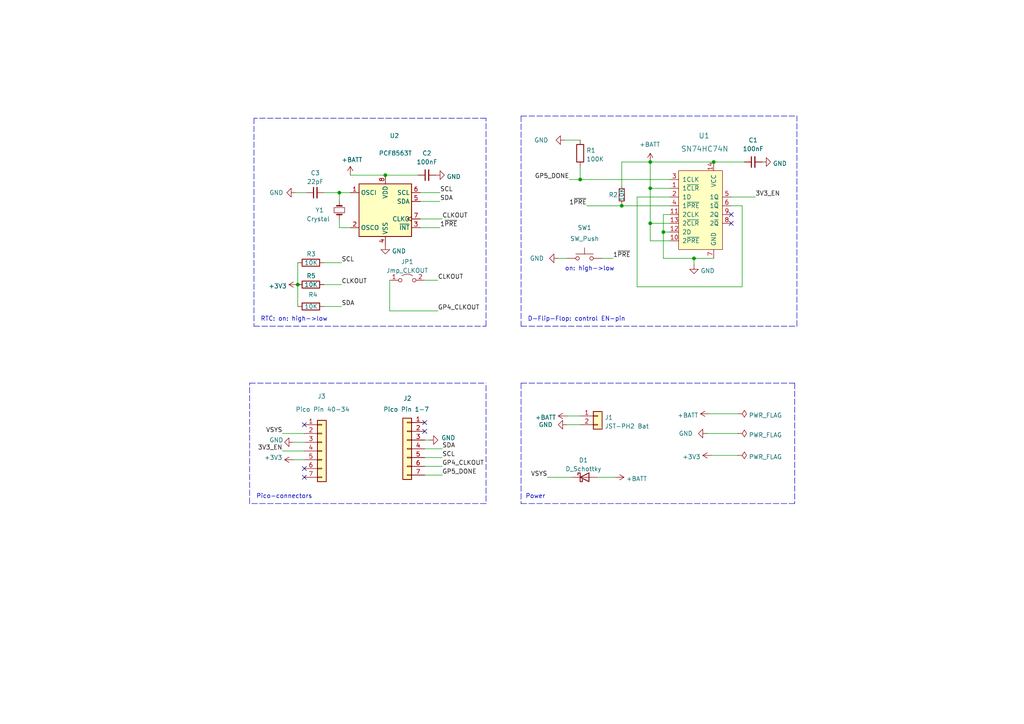
<source format=kicad_sch>
(kicad_sch (version 20211123) (generator eeschema)
  (paper "A4")
  (title_block (title "pico-en-control") (date "2023-02-02") (rev "2") (company "Bernhard Bablok") (comment 1 "https://github.com/bablokb/pcb-pico-en-control"))
  (lib_symbols
    (symbol "Connector_Generic:Conn_01x02" (pin_names (offset 1.016) hide)
      (property "Reference" "J" (at 0 2.54 0))
      (property "Value" "Conn_01x02" (at 0 -5.08 0))
      (symbol "Conn_01x02_1_1"
        (rectangle (start -1.27 -2.413) (end 0 -2.667) (stroke (width 0.1524)))
        (rectangle (start -1.27 0.127) (end 0 -0.127) (stroke (width 0.1524)))
        (rectangle (start -1.27 1.27) (end 1.27 -3.81) (stroke (width 0.254)) (fill (type background)))
        (pin passive line (at -5.08 0 0) (length 3.81) (name "Pin_1") (number "1"))
        (pin passive line (at -5.08 -2.54 0) (length 3.81) (name "Pin_2") (number "2"))
      )
    )
    (symbol "Connector_Generic:Conn_01x07" (pin_names (offset 1.016) hide)
      (property "Reference" "J" (at 0 10.16 0))
      (property "Value" "Conn_01x07" (at 0 -10.16 0))
      (symbol "Conn_01x07_1_1"
        (rectangle (start -1.27 -7.493) (end 0 -7.747) (stroke (width 0.1524)))
        (rectangle (start -1.27 -4.953) (end 0 -5.207) (stroke (width 0.1524)))
        (rectangle (start -1.27 -2.413) (end 0 -2.667) (stroke (width 0.1524)))
        (rectangle (start -1.27 0.127) (end 0 -0.127) (stroke (width 0.1524)))
        (rectangle (start -1.27 2.667) (end 0 2.413) (stroke (width 0.1524)))
        (rectangle (start -1.27 5.207) (end 0 4.953) (stroke (width 0.1524)))
        (rectangle (start -1.27 7.747) (end 0 7.493) (stroke (width 0.1524)))
        (rectangle (start -1.27 8.89) (end 1.27 -8.89) (stroke (width 0.254)) (fill (type background)))
        (pin passive line (at -5.08 7.62 0) (length 3.81) (name "Pin_1") (number "1"))
        (pin passive line (at -5.08 5.08 0) (length 3.81) (name "Pin_2") (number "2"))
        (pin passive line (at -5.08 2.54 0) (length 3.81) (name "Pin_3") (number "3"))
        (pin passive line (at -5.08 0 0) (length 3.81) (name "Pin_4") (number "4"))
        (pin passive line (at -5.08 -2.54 0) (length 3.81) (name "Pin_5") (number "5"))
        (pin passive line (at -5.08 -5.08 0) (length 3.81) (name "Pin_6") (number "6"))
        (pin passive line (at -5.08 -7.62 0) (length 3.81) (name "Pin_7") (number "7"))
      )
    )
    (symbol "Device:C_Small" (pin_numbers hide) (pin_names (offset 0.254) hide)
      (property "Reference" "C" (at 0.254 1.778 0))
      (property "Value" "C_Small" (at 0.254 -2.032 0))
      (symbol "C_Small_0_1"
        (polyline (pts (xy -1.524 -0.508) (xy 1.524 -0.508)) (stroke (width 0.3302)))
        (polyline (pts (xy -1.524 0.508) (xy 1.524 0.508)) (stroke (width 0.3048)))
      )
      (symbol "C_Small_1_1"
        (pin passive line (at 0 2.54 270) (length 2.032) (name "~") (number "1"))
        (pin passive line (at 0 -2.54 90) (length 2.032) (name "~") (number "2"))
      )
    )
    (symbol "Device:Crystal_Small" (pin_numbers hide) (pin_names (offset 1.016) hide)
      (property "Reference" "Y" (at 0 2.54 0))
      (property "Value" "Crystal_Small" (at 0 -2.54 0))
      (symbol "Crystal_Small_0_1"
        (rectangle (start -0.762 -1.524) (end 0.762 1.524))
        (polyline (pts (xy -1.27 -0.762) (xy -1.27 0.762)) (stroke (width 0.381)))
        (polyline (pts (xy 1.27 -0.762) (xy 1.27 0.762)) (stroke (width 0.381)))
      )
      (symbol "Crystal_Small_1_1"
        (pin passive line (at -2.54 0 0) (length 1.27) (name "1") (number "1"))
        (pin passive line (at 2.54 0 180) (length 1.27) (name "2") (number "2"))
      )
    )
    (symbol "Device:D_Schottky" (pin_numbers hide) (pin_names (offset 1.016) hide)
      (property "Reference" "D" (at 0 2.54 0))
      (property "Value" "D_Schottky" (at 0 -2.54 0))
      (symbol "D_Schottky_0_1"
        (polyline (pts (xy 1.27 0) (xy -1.27 0)))
        (polyline (pts (xy 1.27 1.27) (xy 1.27 -1.27) (xy -1.27 0) (xy 1.27 1.27)) (stroke (width 0.254)))
        (polyline (pts (xy -1.905 0.635) (xy -1.905 1.27) (xy -1.27 1.27) (xy -1.27 -1.27) (xy -0.635 -1.27) (xy -0.635 -0.635)) (stroke (width 0.254)))
      )
      (symbol "D_Schottky_1_1"
        (pin passive line (at -3.81 0 0) (length 2.54) (name "K") (number "1"))
        (pin passive line (at 3.81 0 180) (length 2.54) (name "A") (number "2"))
      )
    )
    (symbol "Device:R" (pin_numbers hide) (pin_names (offset 0))
      (property "Reference" "R" (at 2.032 0 90))
      (property "Value" "R" (at 0 0 90))
      (symbol "R_0_1"
        (rectangle (start -1.016 -2.54) (end 1.016 2.54) (stroke (width 0.254)))
      )
      (symbol "R_1_1"
        (pin passive line (at 0 3.81 270) (length 1.27) (name "~") (number "1"))
        (pin passive line (at 0 -3.81 90) (length 1.27) (name "~") (number "2"))
      )
    )
    (symbol "Device:R_Small" (pin_numbers hide) (pin_names (offset 0.254) hide)
      (property "Reference" "R" (at 0.762 0.508 0))
      (property "Value" "R_Small" (at 0.762 -1.016 0))
      (symbol "R_Small_0_1"
        (rectangle (start -0.762 1.778) (end 0.762 -1.778) (stroke (width 0.2032)))
      )
      (symbol "R_Small_1_1"
        (pin passive line (at 0 2.54 270) (length 0.762) (name "~") (number "1"))
        (pin passive line (at 0 -2.54 90) (length 0.762) (name "~") (number "2"))
      )
    )
    (symbol "Jumper:Jumper_2_Open" (pin_names (offset 0) hide)
      (property "Reference" "JP" (at 0 2.794 0))
      (property "Value" "Jumper_2_Open" (at 0 -2.286 0))
      (symbol "Jumper_2_Open_0_0"
        (circle (center -2.032 0) (radius 0.508))
        (circle (center 2.032 0) (radius 0.508))
      )
      (symbol "Jumper_2_Open_0_1"
        (arc (start 1.524 1.27) (mid 0 1.778) (end -1.524 1.27))
      )
      (symbol "Jumper_2_Open_1_1"
        (pin passive line (at -5.08 0 0) (length 2.54) (name "A") (number "1"))
        (pin passive line (at 5.08 0 180) (length 2.54) (name "B") (number "2"))
      )
    )
    (symbol "Switch:SW_Push" (pin_numbers hide) (pin_names (offset 1.016) hide)
      (property "Reference" "SW" (at 1.27 2.54 0))
      (property "Value" "SW_Push" (at 0 -1.524 0))
      (symbol "SW_Push_0_1"
        (circle (center -2.032 0) (radius 0.508))
        (polyline (pts (xy 0 1.27) (xy 0 3.048)))
        (polyline (pts (xy 2.54 1.27) (xy -2.54 1.27)))
        (circle (center 2.032 0) (radius 0.508))
        (pin passive line (at -5.08 0 0) (length 2.54) (name "1") (number "1"))
        (pin passive line (at 5.08 0 180) (length 2.54) (name "2") (number "2"))
      )
    )
    (symbol "Timer_RTC:PCF8563T"
      (property "Reference" "U" (at -7.62 8.89 0))
      (property "Value" "PCF8563T" (at 2.54 8.89 0))
      (symbol "PCF8563T_0_1"
        (rectangle (start -7.62 7.62) (end 7.62 -7.62) (stroke (width 0.254)) (fill (type background)))
      )
      (symbol "PCF8563T_1_1"
        (pin input line (at -10.16 5.08 0) (length 2.54) (name "OSCI") (number "1"))
        (pin output line (at -10.16 -5.08 0) (length 2.54) (name "OSCO") (number "2"))
        (pin output line (at 10.16 -5.08 180) (length 2.54) (name "~{INT}") (number "3"))
        (pin power_in line (at 0 -10.16 90) (length 2.54) (name "VSS") (number "4"))
        (pin bidirectional line (at 10.16 2.54 180) (length 2.54) (name "SDA") (number "5"))
        (pin input line (at 10.16 5.08 180) (length 2.54) (name "SCL") (number "6"))
        (pin output clock (at 10.16 -2.54 180) (length 2.54) (name "CLKO") (number "7"))
        (pin power_in line (at 0 10.16 270) (length 2.54) (name "VDD") (number "8"))
      )
    )
    (symbol "power:+3V3" (power) (pin_names (offset 0))
      (property "Value" "+3V3" (at 0 3.556 0))
      (symbol "+3V3_0_1"
        (polyline (pts (xy -0.762 1.27) (xy 0 2.54)))
        (polyline (pts (xy 0 0) (xy 0 2.54)))
        (polyline (pts (xy 0 2.54) (xy 0.762 1.27)))
      )
      (symbol "+3V3_1_1"
        (pin power_in line (at 0 0 90) (length 0) hide (name "+3V3") (number "1"))
      )
    )
    (symbol "power:+BATT" (power) (pin_names (offset 0))
      (property "Value" "+BATT" (at 0 3.556 0))
      (symbol "+BATT_0_1"
        (polyline (pts (xy -0.762 1.27) (xy 0 2.54)))
        (polyline (pts (xy 0 0) (xy 0 2.54)))
        (polyline (pts (xy 0 2.54) (xy 0.762 1.27)))
      )
      (symbol "+BATT_1_1"
        (pin power_in line (at 0 0 90) (length 0) hide (name "+BATT") (number "1"))
      )
    )
    (symbol "power:GND" (power) (pin_names (offset 0))
      (property "Value" "GND" (at 0 -3.81 0))
      (symbol "GND_0_1"
        (polyline (pts (xy 0 0) (xy 0 -1.27) (xy 1.27 -1.27) (xy 0 -2.54) (xy -1.27 -1.27) (xy 0 -1.27)))
      )
      (symbol "GND_1_1"
        (pin power_in line (at 0 0 270) (length 0) hide (name "GND") (number "1"))
      )
    )
    (symbol "power:PWR_FLAG" (power) (pin_numbers hide) (pin_names (offset 0) hide)
      (property "Value" "PWR_FLAG" (at 0 3.81 0))
      (symbol "PWR_FLAG_0_0"
        (pin power_out line (at 0 0 90) (length 0) (name "pwr") (number "1"))
      )
      (symbol "PWR_FLAG_0_1"
        (polyline (pts (xy 0 0) (xy 0 1.27) (xy -1.016 1.905) (xy 0 2.54) (xy 1.016 1.905) (xy 0 1.27)))
      )
    )
    (symbol "user:SN74HC74N" (pin_names (offset 1.016))
      (property "Reference" "U" (at -6.35 11.43 0))
      (property "Value" "SN74HC74N" (at -2.54 13.97 0))
      (symbol "SN74HC74N_0_1"
        (rectangle (start -7.62 10.16) (end 5.08 -12.7) (fill (type background)))
      )
      (symbol "SN74HC74N_1_1"
        (pin input line (at -10.16 5.08 0) (length 2.54) (name "1~{CLR}") (number "1"))
        (pin input line (at -10.16 -10.16 0) (length 2.54) (name "2~{PRE}") (number "10"))
        (pin input line (at -10.16 -2.54 0) (length 2.54) (name "2CLK") (number "11"))
        (pin input line (at -10.16 -7.62 0) (length 2.54) (name "2D") (number "12"))
        (pin input line (at -10.16 -5.08 0) (length 2.54) (name "2~{CLR}") (number "13"))
        (pin power_in line (at 2.54 12.7 270) (length 2.54) (name "VCC") (number "14"))
        (pin input line (at -10.16 2.54 0) (length 2.54) (name "1D") (number "2"))
        (pin input line (at -10.16 7.62 0) (length 2.54) (name "1CLK") (number "3"))
        (pin input line (at -10.16 0 0) (length 2.54) (name "1~{PRE}") (number "4"))
        (pin output line (at 7.62 2.54 180) (length 2.54) (name "1Q") (number "5"))
        (pin output line (at 7.62 0 180) (length 2.54) (name "1~{Q}") (number "6"))
        (pin power_in line (at 2.54 -15.24 90) (length 2.54) (name "GND") (number "7"))
        (pin output line (at 7.62 -5.08 180) (length 2.54) (name "2~{Q}") (number "8"))
        (pin output line (at 7.62 -2.54 180) (length 2.54) (name "2Q") (number "9"))
      )
    )
  )
  (junction (at 188.595 46.99))
  (junction (at 86.36 82.55))
  (junction (at 98.425 55.88))
  (junction (at 188.595 64.77))
  (junction (at 188.595 54.61))
  (junction (at 180.34 59.69))
  (junction (at 207.01 46.99))
  (junction (at 201.295 74.93))
  (junction (at 168.275 52.07))
  (junction (at 111.76 50.8))
  (junction (at 192.405 67.31))
  (no_connect (at 88.265 135.89))
  (no_connect (at 123.19 122.555))
  (no_connect (at 123.19 125.095))
  (no_connect (at 212.09 62.23))
  (no_connect (at 212.09 64.77))
  (no_connect (at 88.265 138.43))
  (no_connect (at 88.265 123.19))
  (wire (pts (xy 127.635 55.88) (xy 121.92 55.88)))
  (wire (pts (xy 113.03 90.17) (xy 113.03 81.28)))
  (wire (pts (xy 205.74 120.015) (xy 213.995 120.015)))
  (wire (pts (xy 188.595 54.61) (xy 188.595 46.99)))
  (polyline (pts (xy 140.97 94.615) (xy 140.97 34.29)))
  (polyline (pts (xy 140.97 111.76) (xy 140.97 146.05)))
  (wire (pts (xy 101.6 55.88) (xy 98.425 55.88)))
  (wire (pts (xy 194.31 54.61) (xy 188.595 54.61)))
  (polyline (pts (xy 140.97 34.29) (xy 73.66 34.29)))
  (wire (pts (xy 128.27 63.5) (xy 121.92 63.5)))
  (wire (pts (xy 170.18 59.69) (xy 180.34 59.69)))
  (wire (pts (xy 128.27 132.715) (xy 123.19 132.715)))
  (wire (pts (xy 85.09 128.27) (xy 88.265 128.27)))
  (wire (pts (xy 194.31 69.85) (xy 188.595 69.85)))
  (wire (pts (xy 158.75 138.43) (xy 165.735 138.43)))
  (polyline (pts (xy 73.66 94.615) (xy 140.97 94.615)))
  (wire (pts (xy 98.425 63.5) (xy 98.425 66.04)))
  (wire (pts (xy 127.635 66.04) (xy 121.92 66.04)))
  (wire (pts (xy 128.27 137.795) (xy 123.19 137.795)))
  (polyline (pts (xy 151.13 33.655) (xy 151.13 94.615)))
  (wire (pts (xy 168.275 52.07) (xy 194.31 52.07)))
  (wire (pts (xy 111.76 50.8) (xy 121.285 50.8)))
  (polyline (pts (xy 72.39 111.125) (xy 140.97 111.125)))
  (wire (pts (xy 188.595 46.99) (xy 207.01 46.99)))
  (wire (pts (xy 178.435 138.43) (xy 173.355 138.43)))
  (polyline (pts (xy 72.39 146.05) (xy 72.39 111.125)))
  (wire (pts (xy 194.31 64.77) (xy 188.595 64.77)))
  (wire (pts (xy 215.265 83.185) (xy 184.785 83.185)))
  (wire (pts (xy 219.075 57.15) (xy 212.09 57.15)))
  (wire (pts (xy 85.09 133.35) (xy 88.265 133.35)))
  (wire (pts (xy 128.27 130.175) (xy 123.19 130.175)))
  (wire (pts (xy 81.915 125.73) (xy 88.265 125.73)))
  (polyline (pts (xy 151.13 111.125) (xy 230.505 111.125)))
  (wire (pts (xy 93.98 55.88) (xy 98.425 55.88)))
  (wire (pts (xy 201.295 76.835) (xy 201.295 74.93)))
  (wire (pts (xy 81.915 130.81) (xy 88.265 130.81)))
  (polyline (pts (xy 151.13 111.125) (xy 151.13 146.05)))
  (wire (pts (xy 192.405 62.23) (xy 194.31 62.23)))
  (wire (pts (xy 123.19 81.28) (xy 127 81.28)))
  (wire (pts (xy 168.275 48.26) (xy 168.275 52.07)))
  (wire (pts (xy 188.595 64.77) (xy 188.595 54.61)))
  (wire (pts (xy 98.425 55.88) (xy 98.425 58.42)))
  (wire (pts (xy 164.465 120.65) (xy 168.275 120.65)))
  (wire (pts (xy 184.785 83.185) (xy 184.785 57.15)))
  (wire (pts (xy 215.265 59.69) (xy 215.265 83.185)))
  (wire (pts (xy 85.725 55.88) (xy 88.9 55.88)))
  (polyline (pts (xy 231.14 94.615) (xy 231.14 33.655)))
  (wire (pts (xy 86.36 82.55) (xy 86.36 88.9)))
  (wire (pts (xy 124.46 127.635) (xy 123.19 127.635)))
  (wire (pts (xy 161.925 74.93) (xy 164.465 74.93)))
  (polyline (pts (xy 73.66 34.29) (xy 73.66 94.615)))
  (wire (pts (xy 177.8 74.93) (xy 174.625 74.93)))
  (wire (pts (xy 213.995 132.08) (xy 206.375 132.08)))
  (wire (pts (xy 184.785 57.15) (xy 194.31 57.15)))
  (wire (pts (xy 207.01 74.93) (xy 201.295 74.93)))
  (wire (pts (xy 180.34 59.055) (xy 180.34 59.69)))
  (wire (pts (xy 163.83 40.64) (xy 168.275 40.64)))
  (wire (pts (xy 99.06 76.2) (xy 93.98 76.2)))
  (wire (pts (xy 180.34 59.69) (xy 194.31 59.69)))
  (wire (pts (xy 192.405 74.93) (xy 192.405 67.31)))
  (wire (pts (xy 180.34 46.99) (xy 188.595 46.99)))
  (polyline (pts (xy 230.505 111.125) (xy 230.505 146.05)))
  (wire (pts (xy 207.01 46.99) (xy 215.9 46.99)))
  (wire (pts (xy 165.1 52.07) (xy 168.275 52.07)))
  (wire (pts (xy 188.595 69.85) (xy 188.595 64.77)))
  (wire (pts (xy 86.36 76.2) (xy 86.36 82.55)))
  (wire (pts (xy 213.995 125.73) (xy 205.105 125.73)))
  (wire (pts (xy 101.6 50.8) (xy 111.76 50.8)))
  (wire (pts (xy 127.635 58.42) (xy 121.92 58.42)))
  (wire (pts (xy 127 90.17) (xy 113.03 90.17)))
  (wire (pts (xy 98.425 66.04) (xy 101.6 66.04)))
  (wire (pts (xy 180.34 53.975) (xy 180.34 46.99)))
  (wire (pts (xy 215.265 59.69) (xy 212.09 59.69)))
  (wire (pts (xy 201.295 74.93) (xy 192.405 74.93)))
  (wire (pts (xy 128.27 135.255) (xy 123.19 135.255)))
  (wire (pts (xy 99.06 88.9) (xy 93.98 88.9)))
  (wire (pts (xy 164.465 123.19) (xy 168.275 123.19)))
  (wire (pts (xy 99.06 82.55) (xy 93.98 82.55)))
  (polyline (pts (xy 140.97 146.05) (xy 72.39 146.05)))
  (polyline (pts (xy 151.13 94.615) (xy 231.14 94.615)))
  (polyline (pts (xy 151.13 33.655) (xy 231.14 33.655)))
  (wire (pts (xy 192.405 67.31) (xy 194.31 67.31)))
  (wire (pts (xy 192.405 67.31) (xy 192.405 62.23)))
  (polyline (pts (xy 230.505 146.05) (xy 151.13 146.05)))
  (text "Power" (at 152.4 144.78 0) (effects (font (size 1.27 1.27)) (justify left bottom)))
  (text "D-Flip-Flop: control EN-pin" (at 153.035 93.345 0) (effects (font (size 1.27 1.27)) (justify left bottom)))
  (text "Pico-connectors" (at 74.295 144.78 0) (effects (font (size 1.27 1.27)) (justify left bottom)))
  (text "RTC: on: high->low" (at 75.565 93.345 0) (effects (font (size 1.27 1.27)) (justify left bottom)))
  (text "on: high->low" (at 163.83 78.74 0) (effects (font (size 1.27 1.27)) (justify left bottom)))
  (label "SDA" (at 128.27 130.175 0))
  (label "GP5_DONE" (at 128.27 137.795 0))
  (label "VSYS" (at 81.915 125.73 180))
  (label "1~{PRE}" (at 177.8 74.93 0))
  (label "CLKOUT" (at 99.06 82.55 0))
  (label "VSYS" (at 158.75 138.43 180))
  (label "SCL" (at 128.27 132.715 0))
  (label "1~{PRE}" (at 170.18 59.69 180))
  (label "SDA" (at 99.06 88.9 0))
  (label "GP4_CLKOUT" (at 127 90.17 0))
  (label "3V3_EN" (at 81.915 130.81 180))
  (label "SCL" (at 127.635 55.88 0))
  (label "3V3_EN" (at 219.075 57.15 0))
  (label "SCL" (at 99.06 76.2 0))
  (label "1~{PRE}" (at 127.635 66.04 0))
  (label "GP5_DONE" (at 165.1 52.07 180))
  (label "GP4_CLKOUT" (at 128.27 135.255 0))
  (label "CLKOUT" (at 128.27 63.5 0))
  (label "SDA" (at 127.635 58.42 0))
  (label "CLKOUT" (at 127 81.28 0))
  (symbol (lib_id "Device:C_Small") (at 123.825 50.8 90) (unit 1)
    (property "Reference" "C2" (at 123.825 44.45 90))
    (property "Value" "100nF" (at 123.825 46.99 90))
    (property "Footprint" "Capacitor_SMD:C_0402_1005Metric" (effects hide))
    (property "LCSC" "C1525" (effects hide))
  )
  (symbol (lib_id "Connector_Generic:Conn_01x02") (at 173.355 120.65 0) (unit 1)
    (property "Reference" "J1" (at 175.387 121.0853 0) (effects (justify left)))
    (property "Value" "JST-PH2 Bat" (at 175.387 123.6222 0) (effects (justify left)))
    (property "Footprint" "Connector_JST:JST_PH_S2B-PH-SM4-TB_1x02-1MP_P2.00mm_Horizontal" (effects hide))
  )
  (symbol (lib_id "power:+3V3") (at 86.36 82.55 90) (unit 1)
    (property "Reference" "#PWR010" (effects hide))
    (property "Value" "+3V3" (at 83.185 82.9838 90) (effects (justify left)))
  )
  (symbol (lib_id "power:PWR_FLAG") (at 213.995 125.73 270) (unit 1)
    (property "Reference" "#FLG0102" (effects hide))
    (property "Value" "PWR_FLAG" (at 217.17 126.1638 90) (effects (justify left)))
  )
  (symbol (lib_id "power:GND") (at 161.925 74.93 270) (unit 1)
    (property "Reference" "#PWR09" (effects hide))
    (property "Value" "GND" (at 153.67 74.93 90) (effects (justify left)))
  )
  (symbol (lib_id "Connector_Generic:Conn_01x07") (at 93.345 130.81 0) (unit 1)
    (property "Reference" "J3" (at 92.075 114.935 0) (effects (justify left)))
    (property "Value" "Pico Pin 40-34" (at 85.725 118.745 0) (effects (justify left)))
    (property "Footprint" "user:Connector_1x7_no_solder" (effects hide))
  )
  (symbol (lib_id "Device:R") (at 168.275 44.45 0) (unit 1)
    (property "Reference" "R1" (at 170.053 43.6153 0) (effects (justify left)))
    (property "Value" "100K" (at 170.053 46.1522 0) (effects (justify left)))
    (property "Footprint" "Resistor_SMD:R_0402_1005Metric" (effects hide))
    (property "LCSC" "C25741" (effects hide))
  )
  (symbol (lib_id "Device:R_Small") (at 180.34 56.515 0) (unit 1)
    (property "Reference" "R2" (at 176.53 56.515 0) (effects (justify left)))
    (property "Value" "10K" (at 180.34 58.42 90) (effects (justify left)))
    (property "Footprint" "Resistor_SMD:R_0402_1005Metric" (effects hide))
    (property "LCSC" "C25744" (effects hide))
  )
  (symbol (lib_id "power:+BATT") (at 205.74 120.015 90) (unit 1)
    (property "Reference" "#PWR0101" (effects hide))
    (property "Value" "+BATT" (at 202.565 120.4488 90) (effects (justify left)))
  )
  (symbol (lib_id "power:GND") (at 85.725 55.88 270) (unit 1)
    (property "Reference" "#PWR06" (effects hide))
    (property "Value" "GND" (at 78.105 55.88 90) (effects (justify left)))
  )
  (symbol (lib_id "power:GND") (at 124.46 127.635 90) (mirror x) (unit 1)
    (property "Reference" "#PWR014" (effects hide))
    (property "Value" "GND" (at 132.08 127 90) (effects (justify left)))
  )
  (symbol (lib_id "Device:Crystal_Small") (at 98.425 60.96 90) (unit 1)
    (property "Reference" "Y1" (at 91.44 60.96 90) (effects (justify right)))
    (property "Value" "Crystal" (at 88.9 63.5 90) (effects (justify right)))
    (property "Footprint" "Crystal:Crystal_SMD_3215-2Pin_3.2x1.5mm" (effects hide))
    (property "LCSC" "C32346" (effects hide))
  )
  (symbol (lib_id "power:GND") (at 164.465 123.19 270) (unit 1)
    (property "Reference" "#PWR013" (effects hide))
    (property "Value" "GND" (at 156.21 123.19 90) (effects (justify left)))
  )
  (symbol (lib_id "Device:C_Small") (at 218.44 46.99 90) (unit 1)
    (property "Reference" "C1" (at 218.44 40.64 90))
    (property "Value" "100nF" (at 218.44 43.18 90))
    (property "Footprint" "Capacitor_SMD:C_0402_1005Metric" (effects hide))
    (property "LCSC" "C1525" (effects hide))
  )
  (symbol (lib_id "power:GND") (at 163.83 40.64 270) (unit 1)
    (property "Reference" "#PWR01" (effects hide))
    (property "Value" "GND" (at 154.94 40.64 90) (effects (justify left)))
  )
  (symbol (lib_id "power:+3V3") (at 206.375 132.08 90) (unit 1)
    (property "Reference" "#PWR0103" (effects hide))
    (property "Value" "+3V3" (at 203.2 132.5138 90) (effects (justify left)))
  )
  (symbol (lib_id "Device:R") (at 90.17 88.9 270) (unit 1)
    (property "Reference" "R4" (at 89.4269 85.471 90) (effects (justify left)))
    (property "Value" "10K" (at 88.265 88.9 90) (effects (justify left)))
    (property "Footprint" "Resistor_SMD:R_0402_1005Metric" (effects hide))
    (property "LCSC" "C25744" (effects hide))
  )
  (symbol (lib_id "power:GND") (at 205.105 125.73 270) (unit 1)
    (property "Reference" "#PWR0102" (effects hide))
    (property "Value" "GND" (at 196.85 125.73 90) (effects (justify left)))
  )
  (symbol (lib_id "Jumper:Jumper_2_Open") (at 118.11 81.28 0) (unit 1)
    (property "Reference" "JP1" (at 118.11 75.9292 0))
    (property "Value" "Jmp_CLKOUT" (at 118.11 78.4661 0))
    (property "Footprint" "Jumper:SolderJumper-2_P1.3mm_Open_Pad1.0x1.5mm" (effects hide))
  )
  (symbol (lib_id "Device:D_Schottky") (at 169.545 138.43 0) (unit 1)
    (property "Reference" "D1" (at 169.2275 133.4602 0))
    (property "Value" "D_Schottky" (at 169.2275 135.9971 0))
    (property "Footprint" "Diode_SMD:D_SMA" (effects hide))
    (property "LCSC" "C2480" (effects hide))
  )
  (symbol (lib_id "power:+BATT") (at 178.435 138.43 270) (unit 1)
    (property "Reference" "#PWR011" (effects hide))
    (property "Value" "+BATT" (at 181.61 138.8638 90) (effects (justify left)))
  )
  (symbol (lib_id "power:+3V3") (at 85.09 133.35 90) (unit 1)
    (property "Reference" "#PWR016" (effects hide))
    (property "Value" "+3V3" (at 81.915 132.715 90) (effects (justify left)))
  )
  (symbol (lib_id "power:GND") (at 201.295 76.835 0) (unit 1)
    (property "Reference" "#PWR08" (effects hide))
    (property "Value" "GND" (at 203.2 78.5388 0) (effects (justify left)))
  )
  (symbol (lib_id "Device:R") (at 90.17 82.55 270) (unit 1)
    (property "Reference" "R5" (at 88.9 80.01 90) (effects (justify left)))
    (property "Value" "10K" (at 88.265 82.55 90) (effects (justify left)))
    (property "Footprint" "Resistor_SMD:R_0402_1005Metric" (effects hide))
    (property "LCSC" "C25744" (effects hide))
  )
  (symbol (lib_id "Switch:SW_Push") (at 169.545 74.93 0) (unit 1)
    (property "Reference" "SW1" (at 169.545 66.04 0))
    (property "Value" "SW_Push" (at 169.545 69.215 0))
    (property "Footprint" "user:SW_PUSH_SLIM_1x4" (effects hide))
  )
  (symbol (lib_id "Connector_Generic:Conn_01x07") (at 118.11 130.175 0) (mirror y) (unit 1)
    (property "Reference" "J2" (at 119.38 115.57 0) (effects (justify left)))
    (property "Value" "Pico Pin 1-7" (at 124.46 118.745 0) (effects (justify left)))
    (property "Footprint" "user:Connector_1x7_no_solder" (effects hide))
  )
  (symbol (lib_id "power:GND") (at 85.09 128.27 270) (unit 1)
    (property "Reference" "#PWR015" (effects hide))
    (property "Value" "GND" (at 78.105 127.635 90) (effects (justify left)))
  )
  (symbol (lib_id "power:+BATT") (at 101.6 50.8 0) (unit 1)
    (property "Reference" "#PWR04" (effects hide))
    (property "Value" "+BATT" (at 99.06 46.355 0) (effects (justify left)))
  )
  (symbol (lib_id "Device:C_Small") (at 91.44 55.88 90) (unit 1)
    (property "Reference" "C3" (at 91.44 50.165 90))
    (property "Value" "22pF" (at 91.44 52.705 90))
    (property "Footprint" "Capacitor_SMD:C_0402_1005Metric" (effects hide))
    (property "LCSC" "C1555" (effects hide))
  )
  (symbol (lib_id "power:GND") (at 126.365 50.8 90) (unit 1)
    (property "Reference" "#PWR05" (effects hide))
    (property "Value" "GND" (at 129.54 51.2338 90) (effects (justify right)))
  )
  (symbol (lib_id "power:+BATT") (at 164.465 120.65 90) (unit 1)
    (property "Reference" "#PWR012" (effects hide))
    (property "Value" "+BATT" (at 161.29 121.0838 90) (effects (justify left)))
  )
  (symbol (lib_id "user:SN74HC74N") (at 204.47 59.69 0) (unit 1)
    (property "Reference" "U1" (at 202.565 39.37 0) (effects (font (size 1.524 1.524)) (justify left)))
    (property "Value" "SN74HC74N" (at 197.485 43.18 0) (effects (font (size 1.524 1.524)) (justify left)))
    (property "Footprint" "Package_SO:SOIC-14_3.9x8.7mm_P1.27mm" (effects hide))
    (property "Datasheet" "http://www.ti.com/general/docs/suppproductinfo.tsp?distId=10&gotoUrl=http%3A%2F%2Fwww.ti.com%2Flit%2Fgpn%2Fsn74hc74" (effects hide))
    (property "Digi-Key_PN" "296-1602-5-ND" (effects hide))
    (property "MPN" "SN74HC74N" (effects hide))
    (property "Category" "Integrated Circuits (ICs)" (effects hide))
    (property "Family" "Logic - Flip Flops" (effects hide))
    (property "DK_Datasheet_Link" "http://www.ti.com/general/docs/suppproductinfo.tsp?distId=10&gotoUrl=http%3A%2F%2Fwww.ti.com%2Flit%2Fgpn%2Fsn74hc74" (effects hide))
    (property "DK_Detail_Page" "/product-detail/en/texas-instruments/SN74HC74N/296-1602-5-ND/277248" (effects hide))
    (property "Description" "IC FF D-TYPE DUAL 1BIT 14DIP" (effects hide))
    (property "Manufacturer" "Texas Instruments" (effects hide))
    (property "Status" "Active" (effects hide))
    (property "LCSC" "C6762" (effects hide))
  )
  (symbol (lib_id "power:GND") (at 111.76 71.12 0) (unit 1)
    (property "Reference" "#PWR07" (effects hide))
    (property "Value" "GND" (at 113.665 72.8238 0) (effects (justify left)))
  )
  (symbol (lib_id "Device:R") (at 90.17 76.2 270) (unit 1)
    (property "Reference" "R3" (at 88.9 73.66 90) (effects (justify left)))
    (property "Value" "10K" (at 88.265 76.2 90) (effects (justify left)))
    (property "Footprint" "Resistor_SMD:R_0402_1005Metric" (effects hide))
    (property "LCSC" "C25744" (effects hide))
  )
  (symbol (lib_id "power:PWR_FLAG") (at 213.995 132.08 270) (unit 1)
    (property "Reference" "#FLG0103" (effects hide))
    (property "Value" "PWR_FLAG" (at 217.17 132.5138 90) (effects (justify left)))
  )
  (symbol (lib_id "power:PWR_FLAG") (at 213.995 120.015 270) (unit 1)
    (property "Reference" "#FLG0101" (effects hide))
    (property "Value" "PWR_FLAG" (at 217.17 120.4488 90) (effects (justify left)))
  )
  (symbol (lib_id "power:GND") (at 220.98 46.99 90) (unit 1)
    (property "Reference" "#PWR03" (effects hide))
    (property "Value" "GND" (at 224.155 47.4238 90) (effects (justify right)))
  )
  (symbol (lib_id "Timer_RTC:PCF8563T") (at 111.76 60.96 0) (unit 1)
    (property "Reference" "U2" (at 113.03 39.37 0) (effects (justify left)))
    (property "Value" "PCF8563T" (at 109.855 44.45 0) (effects (justify left)))
    (property "Footprint" "Package_SO:SOIC-8_3.9x4.9mm_P1.27mm" (effects hide))
    (property "Datasheet" "https://www.nxp.com/docs/en/data-sheet/PCF8563.pdf" (effects hide))
    (property "LCSC" "C7440" (effects hide))
  )
  (symbol (lib_id "power:+BATT") (at 188.595 46.99 0) (unit 1)
    (property "Reference" "#PWR02" (effects hide))
    (property "Value" "+BATT" (at 185.42 41.91 0) (effects (justify left)))
  )
)
</source>
